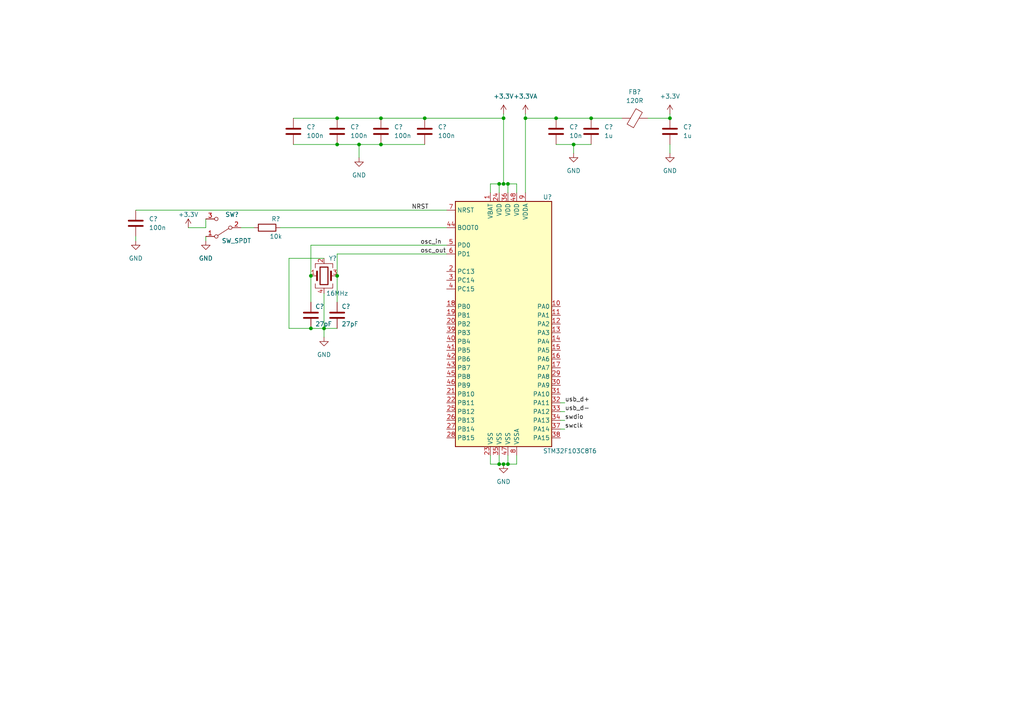
<source format=kicad_sch>
(kicad_sch (version 20211123) (generator eeschema)
  (paper "A4")
  (lib_symbols
    (symbol "Device:C" (pin_numbers hide) (pin_names (offset 0.254))
      (property "Reference" "C" (at 0.635 2.54 0))
      (property "Value" "C" (at 0.635 -2.54 0))
      (symbol "C_0_1"
        (polyline (pts (xy -2.032 -0.762) (xy 2.032 -0.762)) (stroke (width 0.508)))
        (polyline (pts (xy -2.032 0.762) (xy 2.032 0.762)) (stroke (width 0.508)))
      )
      (symbol "C_1_1"
        (pin passive line (at 0 3.81 270) (length 2.794) (name "~") (number "1"))
        (pin passive line (at 0 -3.81 90) (length 2.794) (name "~") (number "2"))
      )
    )
    (symbol "Device:Crystal_GND24" (pin_names (offset 1.016) hide)
      (property "Reference" "Y" (at 3.175 5.08 0))
      (property "Value" "Crystal_GND24" (at 3.175 3.175 0))
      (symbol "Crystal_GND24_0_1"
        (rectangle (start -1.143 2.54) (end 1.143 -2.54) (stroke (width 0.3048)))
        (polyline (pts (xy -2.54 0) (xy -2.032 0)))
        (polyline (pts (xy -2.032 -1.27) (xy -2.032 1.27)) (stroke (width 0.508)))
        (polyline (pts (xy 0 -3.81) (xy 0 -3.556)))
        (polyline (pts (xy 0 3.556) (xy 0 3.81)))
        (polyline (pts (xy 2.032 -1.27) (xy 2.032 1.27)) (stroke (width 0.508)))
        (polyline (pts (xy 2.032 0) (xy 2.54 0)))
        (polyline (pts (xy -2.54 -2.286) (xy -2.54 -3.556) (xy 2.54 -3.556) (xy 2.54 -2.286)))
        (polyline (pts (xy -2.54 2.286) (xy -2.54 3.556) (xy 2.54 3.556) (xy 2.54 2.286)))
      )
      (symbol "Crystal_GND24_1_1"
        (pin passive line (at -3.81 0 0) (length 1.27) (name "1") (number "1"))
        (pin passive line (at 0 5.08 270) (length 1.27) (name "2") (number "2"))
        (pin passive line (at 3.81 0 180) (length 1.27) (name "3") (number "3"))
        (pin passive line (at 0 -5.08 90) (length 1.27) (name "4") (number "4"))
      )
    )
    (symbol "Device:FerriteBead" (pin_numbers hide) (pin_names (offset 0))
      (property "Reference" "FB" (at -3.81 0.635 90))
      (property "Value" "FerriteBead" (at 3.81 0 90))
      (symbol "FerriteBead_0_1"
        (polyline (pts (xy 0 -1.27) (xy 0 -1.2192)))
        (polyline (pts (xy 0 1.27) (xy 0 1.2954)))
        (polyline (pts (xy -2.7686 0.4064) (xy -1.7018 2.2606) (xy 2.7686 -0.3048) (xy 1.6764 -2.159) (xy -2.7686 0.4064)))
      )
      (symbol "FerriteBead_1_1"
        (pin passive line (at 0 3.81 270) (length 2.54) (name "~") (number "1"))
        (pin passive line (at 0 -3.81 90) (length 2.54) (name "~") (number "2"))
      )
    )
    (symbol "Device:R" (pin_numbers hide) (pin_names (offset 0))
      (property "Reference" "R" (at 2.032 0 90))
      (property "Value" "R" (at 0 0 90))
      (symbol "R_0_1"
        (rectangle (start -1.016 -2.54) (end 1.016 2.54) (stroke (width 0.254)))
      )
      (symbol "R_1_1"
        (pin passive line (at 0 3.81 270) (length 1.27) (name "~") (number "1"))
        (pin passive line (at 0 -3.81 90) (length 1.27) (name "~") (number "2"))
      )
    )
    (symbol "MCU_ST_STM32F1:STM32F103C8Tx"
      (property "Reference" "U" (at -15.24 36.83 0))
      (property "Value" "STM32F103C8Tx" (at 7.62 36.83 0))
      (symbol "STM32F103C8Tx_0_1"
        (rectangle (start -15.24 -35.56) (end 12.7 35.56) (stroke (width 0.254)) (fill (type background)))
      )
      (symbol "STM32F103C8Tx_1_1"
        (pin power_in line (at -5.08 38.1 270) (length 2.54) (name "VBAT") (number "1"))
        (pin bidirectional line (at 15.24 5.08 180) (length 2.54) (name "PA0") (number "10"))
        (pin bidirectional line (at 15.24 2.54 180) (length 2.54) (name "PA1") (number "11"))
        (pin bidirectional line (at 15.24 0 180) (length 2.54) (name "PA2") (number "12"))
        (pin bidirectional line (at 15.24 -2.54 180) (length 2.54) (name "PA3") (number "13"))
        (pin bidirectional line (at 15.24 -5.08 180) (length 2.54) (name "PA4") (number "14"))
        (pin bidirectional line (at 15.24 -7.62 180) (length 2.54) (name "PA5") (number "15"))
        (pin bidirectional line (at 15.24 -10.16 180) (length 2.54) (name "PA6") (number "16"))
        (pin bidirectional line (at 15.24 -12.7 180) (length 2.54) (name "PA7") (number "17"))
        (pin bidirectional line (at -17.78 5.08 0) (length 2.54) (name "PB0") (number "18"))
        (pin bidirectional line (at -17.78 2.54 0) (length 2.54) (name "PB1") (number "19"))
        (pin bidirectional line (at -17.78 15.24 0) (length 2.54) (name "PC13") (number "2"))
        (pin bidirectional line (at -17.78 0 0) (length 2.54) (name "PB2") (number "20"))
        (pin bidirectional line (at -17.78 -20.32 0) (length 2.54) (name "PB10") (number "21"))
        (pin bidirectional line (at -17.78 -22.86 0) (length 2.54) (name "PB11") (number "22"))
        (pin power_in line (at -5.08 -38.1 90) (length 2.54) (name "VSS") (number "23"))
        (pin power_in line (at -2.54 38.1 270) (length 2.54) (name "VDD") (number "24"))
        (pin bidirectional line (at -17.78 -25.4 0) (length 2.54) (name "PB12") (number "25"))
        (pin bidirectional line (at -17.78 -27.94 0) (length 2.54) (name "PB13") (number "26"))
        (pin bidirectional line (at -17.78 -30.48 0) (length 2.54) (name "PB14") (number "27"))
        (pin bidirectional line (at -17.78 -33.02 0) (length 2.54) (name "PB15") (number "28"))
        (pin bidirectional line (at 15.24 -15.24 180) (length 2.54) (name "PA8") (number "29"))
        (pin bidirectional line (at -17.78 12.7 0) (length 2.54) (name "PC14") (number "3"))
        (pin bidirectional line (at 15.24 -17.78 180) (length 2.54) (name "PA9") (number "30"))
        (pin bidirectional line (at 15.24 -20.32 180) (length 2.54) (name "PA10") (number "31"))
        (pin bidirectional line (at 15.24 -22.86 180) (length 2.54) (name "PA11") (number "32"))
        (pin bidirectional line (at 15.24 -25.4 180) (length 2.54) (name "PA12") (number "33"))
        (pin bidirectional line (at 15.24 -27.94 180) (length 2.54) (name "PA13") (number "34"))
        (pin power_in line (at -2.54 -38.1 90) (length 2.54) (name "VSS") (number "35"))
        (pin power_in line (at 0 38.1 270) (length 2.54) (name "VDD") (number "36"))
        (pin bidirectional line (at 15.24 -30.48 180) (length 2.54) (name "PA14") (number "37"))
        (pin bidirectional line (at 15.24 -33.02 180) (length 2.54) (name "PA15") (number "38"))
        (pin bidirectional line (at -17.78 -2.54 0) (length 2.54) (name "PB3") (number "39"))
        (pin bidirectional line (at -17.78 10.16 0) (length 2.54) (name "PC15") (number "4"))
        (pin bidirectional line (at -17.78 -5.08 0) (length 2.54) (name "PB4") (number "40"))
        (pin bidirectional line (at -17.78 -7.62 0) (length 2.54) (name "PB5") (number "41"))
        (pin bidirectional line (at -17.78 -10.16 0) (length 2.54) (name "PB6") (number "42"))
        (pin bidirectional line (at -17.78 -12.7 0) (length 2.54) (name "PB7") (number "43"))
        (pin input line (at -17.78 27.94 0) (length 2.54) (name "BOOT0") (number "44"))
        (pin bidirectional line (at -17.78 -15.24 0) (length 2.54) (name "PB8") (number "45"))
        (pin bidirectional line (at -17.78 -17.78 0) (length 2.54) (name "PB9") (number "46"))
        (pin power_in line (at 0 -38.1 90) (length 2.54) (name "VSS") (number "47"))
        (pin power_in line (at 2.54 38.1 270) (length 2.54) (name "VDD") (number "48"))
        (pin input line (at -17.78 22.86 0) (length 2.54) (name "PD0") (number "5"))
        (pin input line (at -17.78 20.32 0) (length 2.54) (name "PD1") (number "6"))
        (pin input line (at -17.78 33.02 0) (length 2.54) (name "NRST") (number "7"))
        (pin power_in line (at 2.54 -38.1 90) (length 2.54) (name "VSSA") (number "8"))
        (pin power_in line (at 5.08 38.1 270) (length 2.54) (name "VDDA") (number "9"))
      )
    )
    (symbol "Switch:SW_SPDT" (pin_names (offset 0) hide)
      (property "Reference" "SW" (at 0 4.318 0))
      (property "Value" "SW_SPDT" (at 0 -5.08 0))
      (symbol "SW_SPDT_0_0"
        (circle (center -2.032 0) (radius 0.508))
        (circle (center 2.032 -2.54) (radius 0.508))
      )
      (symbol "SW_SPDT_0_1"
        (polyline (pts (xy -1.524 0.254) (xy 1.651 2.286)))
        (circle (center 2.032 2.54) (radius 0.508))
      )
      (symbol "SW_SPDT_1_1"
        (pin passive line (at 5.08 2.54 180) (length 2.54) (name "A") (number "1"))
        (pin passive line (at -5.08 0 0) (length 2.54) (name "B") (number "2"))
        (pin passive line (at 5.08 -2.54 180) (length 2.54) (name "C") (number "3"))
      )
    )
    (symbol "power:+3.3V" (power) (pin_names (offset 0))
      (property "Value" "+3.3V" (at 0 3.556 0))
      (symbol "+3.3V_0_1"
        (polyline (pts (xy -0.762 1.27) (xy 0 2.54)))
        (polyline (pts (xy 0 0) (xy 0 2.54)))
        (polyline (pts (xy 0 2.54) (xy 0.762 1.27)))
      )
      (symbol "+3.3V_1_1"
        (pin power_in line (at 0 0 90) (length 0) hide (name "+3.3V") (number "1"))
      )
    )
    (symbol "power:+3.3VA" (power) (pin_names (offset 0))
      (property "Value" "+3.3VA" (at 0 3.556 0))
      (symbol "+3.3VA_0_1"
        (polyline (pts (xy -0.762 1.27) (xy 0 2.54)))
        (polyline (pts (xy 0 0) (xy 0 2.54)))
        (polyline (pts (xy 0 2.54) (xy 0.762 1.27)))
      )
      (symbol "+3.3VA_1_1"
        (pin power_in line (at 0 0 90) (length 0) hide (name "+3.3VA") (number "1"))
      )
    )
    (symbol "power:GND" (power) (pin_names (offset 0))
      (property "Value" "GND" (at 0 -3.81 0))
      (symbol "GND_0_1"
        (polyline (pts (xy 0 0) (xy 0 -1.27) (xy 1.27 -1.27) (xy 0 -2.54) (xy -1.27 -1.27) (xy 0 -1.27)))
      )
      (symbol "GND_1_1"
        (pin power_in line (at 0 0 270) (length 0) hide (name "GND") (number "1"))
      )
    )
  )
  (junction (at 104.14 41.91))
  (junction (at 146.05 34.29))
  (junction (at 97.79 41.91))
  (junction (at 123.19 34.29))
  (junction (at 171.45 34.29))
  (junction (at 166.37 41.91))
  (junction (at 110.49 41.91))
  (junction (at 152.4 34.29))
  (junction (at 144.78 53.34))
  (junction (at 97.79 34.29))
  (junction (at 90.17 95.25))
  (junction (at 194.31 34.29))
  (junction (at 97.79 80.01))
  (junction (at 110.49 34.29))
  (junction (at 161.29 34.29))
  (junction (at 90.17 80.01))
  (junction (at 144.78 134.62))
  (junction (at 147.32 53.34))
  (junction (at 146.05 134.62))
  (junction (at 147.32 134.62))
  (junction (at 93.98 95.25))
  (junction (at 146.05 53.34))
  (wire (pts (xy 123.19 34.29) (xy 146.05 34.29)))
  (wire (pts (xy 144.78 53.34) (xy 142.24 53.34)))
  (wire (pts (xy 147.32 132.08) (xy 147.32 134.62)))
  (wire (pts (xy 110.49 34.29) (xy 123.19 34.29)))
  (wire (pts (xy 83.82 74.93) (xy 83.82 95.25)))
  (wire (pts (xy 146.05 34.29) (xy 146.05 33.02)))
  (wire (pts (xy 142.24 53.34) (xy 142.24 55.88)))
  (wire (pts (xy 166.37 41.91) (xy 166.37 44.45)))
  (wire (pts (xy 166.37 41.91) (xy 171.45 41.91)))
  (wire (pts (xy 93.98 74.93) (xy 83.82 74.93)))
  (wire (pts (xy 39.37 60.96) (xy 129.54 60.96)))
  (wire (pts (xy 187.96 34.29) (xy 194.31 34.29)))
  (wire (pts (xy 97.79 95.25) (xy 93.98 95.25)))
  (wire (pts (xy 97.79 73.66) (xy 97.79 80.01)))
  (wire (pts (xy 69.85 66.04) (xy 73.66 66.04)))
  (wire (pts (xy 97.79 34.29) (xy 110.49 34.29)))
  (wire (pts (xy 93.98 85.09) (xy 93.98 95.25)))
  (wire (pts (xy 146.05 134.62) (xy 147.32 134.62)))
  (wire (pts (xy 144.78 132.08) (xy 144.78 134.62)))
  (wire (pts (xy 152.4 33.02) (xy 152.4 34.29)))
  (wire (pts (xy 146.05 53.34) (xy 147.32 53.34)))
  (wire (pts (xy 110.49 41.91) (xy 123.19 41.91)))
  (wire (pts (xy 161.29 41.91) (xy 166.37 41.91)))
  (wire (pts (xy 162.56 121.92) (xy 163.83 121.92)))
  (wire (pts (xy 152.4 34.29) (xy 161.29 34.29)))
  (wire (pts (xy 81.28 66.04) (xy 129.54 66.04)))
  (wire (pts (xy 90.17 80.01) (xy 90.17 87.63)))
  (wire (pts (xy 149.86 53.34) (xy 149.86 55.88)))
  (wire (pts (xy 97.79 73.66) (xy 129.54 73.66)))
  (wire (pts (xy 162.56 124.46) (xy 163.83 124.46)))
  (wire (pts (xy 149.86 132.08) (xy 149.86 134.62)))
  (wire (pts (xy 171.45 34.29) (xy 180.34 34.29)))
  (wire (pts (xy 90.17 71.12) (xy 90.17 80.01)))
  (wire (pts (xy 93.98 95.25) (xy 93.98 97.79)))
  (wire (pts (xy 194.31 41.91) (xy 194.31 44.45)))
  (wire (pts (xy 142.24 134.62) (xy 144.78 134.62)))
  (wire (pts (xy 85.09 34.29) (xy 97.79 34.29)))
  (wire (pts (xy 162.56 119.38) (xy 163.83 119.38)))
  (wire (pts (xy 90.17 71.12) (xy 129.54 71.12)))
  (wire (pts (xy 147.32 53.34) (xy 147.32 55.88)))
  (wire (pts (xy 161.29 34.29) (xy 171.45 34.29)))
  (wire (pts (xy 147.32 134.62) (xy 149.86 134.62)))
  (wire (pts (xy 85.09 41.91) (xy 97.79 41.91)))
  (wire (pts (xy 194.31 33.02) (xy 194.31 34.29)))
  (wire (pts (xy 142.24 132.08) (xy 142.24 134.62)))
  (wire (pts (xy 144.78 53.34) (xy 144.78 55.88)))
  (wire (pts (xy 54.61 66.04) (xy 59.69 66.04)))
  (wire (pts (xy 104.14 41.91) (xy 110.49 41.91)))
  (wire (pts (xy 39.37 68.58) (xy 39.37 69.85)))
  (wire (pts (xy 83.82 95.25) (xy 90.17 95.25)))
  (wire (pts (xy 162.56 116.84) (xy 163.83 116.84)))
  (wire (pts (xy 59.69 63.5) (xy 59.69 66.04)))
  (wire (pts (xy 152.4 34.29) (xy 152.4 55.88)))
  (wire (pts (xy 97.79 80.01) (xy 97.79 87.63)))
  (wire (pts (xy 146.05 53.34) (xy 144.78 53.34)))
  (wire (pts (xy 144.78 134.62) (xy 146.05 134.62)))
  (wire (pts (xy 146.05 34.29) (xy 146.05 53.34)))
  (wire (pts (xy 147.32 53.34) (xy 149.86 53.34)))
  (wire (pts (xy 97.79 41.91) (xy 104.14 41.91)))
  (wire (pts (xy 104.14 41.91) (xy 104.14 45.72)))
  (wire (pts (xy 90.17 95.25) (xy 93.98 95.25)))
  (wire (pts (xy 59.69 68.58) (xy 59.69 69.85)))
  (label "swdio" (at 163.83 121.92 0))
  (label "swclk" (at 163.83 124.46 0))
  (label "usb_d+" (at 163.83 116.84 0))
  (label "osc_out" (at 121.92 73.66 0))
  (label "usb_d-" (at 163.83 119.38 0))
  (label "NRST" (at 119.38 60.96 0))
  (label "osc_in" (at 121.92 71.12 0))
  (symbol (lib_id "power:+3.3VA") (at 152.4 33.02 0) (unit 1)
    (property "Reference" "#PWR?" (effects hide))
    (property "Value" "+3.3VA" (at 152.4 27.94 0))
  )
  (symbol (lib_id "power:GND") (at 93.98 97.79 0) (unit 1)
    (property "Reference" "#PWR?" (effects hide))
    (property "Value" "GND" (at 93.98 102.87 0))
  )
  (symbol (lib_id "Switch:SW_SPDT") (at 64.77 66.04 180) (unit 1)
    (property "Reference" "SW?" (at 67.31 62.23 0))
    (property "Value" "SW_SPDT" (at 68.58 69.85 0))
  )
  (symbol (lib_id "Device:C") (at 161.29 38.1 0) (unit 1)
    (property "Reference" "C?" (at 165.1 36.8299 0) (effects (justify left)))
    (property "Value" "10n" (at 165.1 39.3699 0) (effects (justify left)))
  )
  (symbol (lib_id "Device:C") (at 85.09 38.1 0) (unit 1)
    (property "Reference" "C?" (at 88.9 36.8299 0) (effects (justify left)))
    (property "Value" "100n" (at 88.9 39.3699 0) (effects (justify left)))
  )
  (symbol (lib_id "power:+3.3V") (at 194.31 33.02 0) (unit 1)
    (property "Reference" "#PWR?" (effects hide))
    (property "Value" "+3.3V" (at 194.31 27.94 0))
  )
  (symbol (lib_id "Device:C") (at 194.31 38.1 0) (unit 1)
    (property "Reference" "C?" (at 198.12 36.8299 0) (effects (justify left)))
    (property "Value" "1u" (at 198.12 39.3699 0) (effects (justify left)))
  )
  (symbol (lib_id "power:GND") (at 194.31 44.45 0) (unit 1)
    (property "Reference" "#PWR?" (effects hide))
    (property "Value" "GND" (at 194.31 49.53 0))
  )
  (symbol (lib_id "Device:Crystal_GND24") (at 93.98 80.01 0) (unit 1)
    (property "Reference" "Y?" (at 96.52 74.93 0))
    (property "Value" "16MHz" (at 97.79 85.09 0))
  )
  (symbol (lib_id "Device:C") (at 110.49 38.1 0) (unit 1)
    (property "Reference" "C?" (at 114.3 36.8299 0) (effects (justify left)))
    (property "Value" "100n" (at 114.3 39.3699 0) (effects (justify left)))
  )
  (symbol (lib_id "power:+3.3V") (at 54.61 66.04 0) (unit 1)
    (property "Reference" "#PWR?" (effects hide))
    (property "Value" "+3.3V" (at 54.61 62.23 0))
  )
  (symbol (lib_id "Device:C") (at 97.79 38.1 0) (unit 1)
    (property "Reference" "C?" (at 101.6 36.8299 0) (effects (justify left)))
    (property "Value" "100n" (at 101.6 39.3699 0) (effects (justify left)))
  )
  (symbol (lib_id "Device:C") (at 123.19 38.1 0) (unit 1)
    (property "Reference" "C?" (at 127 36.8299 0) (effects (justify left)))
    (property "Value" "100n" (at 127 39.3699 0) (effects (justify left)))
  )
  (symbol (lib_id "Device:C") (at 90.17 91.44 0) (unit 1)
    (property "Reference" "C?" (at 91.44 88.9 0) (effects (justify left)))
    (property "Value" "27pF" (at 91.44 93.98 0) (effects (justify left)))
  )
  (symbol (lib_id "power:GND") (at 104.14 45.72 0) (unit 1)
    (property "Reference" "#PWR?" (effects hide))
    (property "Value" "GND" (at 104.14 50.8 0))
  )
  (symbol (lib_id "Device:FerriteBead") (at 184.15 34.29 90) (unit 1)
    (property "Reference" "FB?" (at 184.0992 26.67 90))
    (property "Value" "120R" (at 184.0992 29.21 90))
  )
  (symbol (lib_id "MCU_ST_STM32F1:STM32F103C8Tx") (at 147.32 93.98 0) (unit 1)
    (property "Reference" "U?" (at 157.48 57.15 0) (effects (justify left)))
    (property "Value" "STM32F103C8T6" (at 157.48 130.81 0) (effects (justify left)))
    (property "Footprint" "Package_QFP:LQFP-48_7x7mm_P0.5mm" (effects hide))
    (property "Datasheet" "http://www.st.com/st-web-ui/static/active/en/resource/technical/document/datasheet/CD00161566.pdf" (effects hide))
  )
  (symbol (lib_id "power:GND") (at 146.05 134.62 0) (unit 1)
    (property "Reference" "#PWR?" (effects hide))
    (property "Value" "GND" (at 146.05 139.7 0))
  )
  (symbol (lib_id "power:+3.3V") (at 146.05 33.02 0) (unit 1)
    (property "Reference" "#PWR?" (effects hide))
    (property "Value" "+3.3V" (at 146.05 27.94 0))
  )
  (symbol (lib_id "Device:C") (at 97.79 91.44 0) (unit 1)
    (property "Reference" "C?" (at 99.06 88.9 0) (effects (justify left)))
    (property "Value" "27pF" (at 99.06 93.98 0) (effects (justify left)))
  )
  (symbol (lib_id "Device:R") (at 77.47 66.04 90) (unit 1)
    (property "Reference" "R?" (at 80.01 63.5 90))
    (property "Value" "10k" (at 80.01 68.58 90))
  )
  (symbol (lib_id "power:GND") (at 59.69 69.85 0) (unit 1)
    (property "Reference" "#PWR?" (effects hide))
    (property "Value" "GND" (at 59.69 74.93 0))
  )
  (symbol (lib_id "Device:C") (at 39.37 64.77 0) (unit 1)
    (property "Reference" "C?" (at 43.18 63.4999 0) (effects (justify left)))
    (property "Value" "100n" (at 43.18 66.0399 0) (effects (justify left)))
  )
  (symbol (lib_id "Device:C") (at 171.45 38.1 0) (unit 1)
    (property "Reference" "C?" (at 175.26 36.8299 0) (effects (justify left)))
    (property "Value" "1u" (at 175.26 39.3699 0) (effects (justify left)))
  )
  (symbol (lib_id "power:GND") (at 166.37 44.45 0) (unit 1)
    (property "Reference" "#PWR?" (effects hide))
    (property "Value" "GND" (at 166.37 49.53 0))
  )
  (symbol (lib_id "power:GND") (at 39.37 69.85 0) (unit 1)
    (property "Reference" "#PWR?" (effects hide))
    (property "Value" "GND" (at 39.37 74.93 0))
  )
)
</source>
